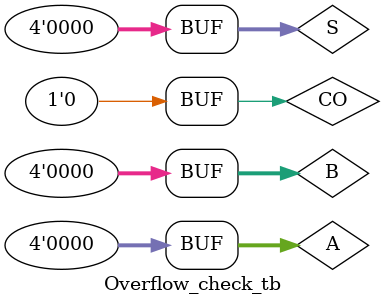
<source format=v>
/*
	FLAG = 1 if A + B = S + CO is overflowed
*/
module Overflow_check #(parameter WIDTH = 8) (A, B, S, CO, FLAG);
	
	input CO;
	input [WIDTH-1:0] A, B, S;
	output FLAG;
	
	assign FLAG = 
				(A[WIDTH-1] & B[WIDTH-1] & ~S[WIDTH-1]) |		// NEG + NEG = POS
				(~A[WIDTH-1] & ~B[WIDTH-1] & S[WIDTH-1]);	// POS + POS = NEG
endmodule


module Overflow_check_tb();
	reg CO;
	reg [3:0] A, B, S;
	wire FLAG;
	
	Overflow_check #(.WIDTH(4)) DUT (A, B, S, CO, FLAG);
	
	initial begin
	CO = 0;
	A = 0;
	B = 0; 
	S = 0;
	end
	
	initial begin		
		repeat (16) begin
			repeat (16) begin
				{CO, S} = A + B;
				#10
				B = B + 1;
			end
			A = A + 1;
		end
	end

endmodule
</source>
